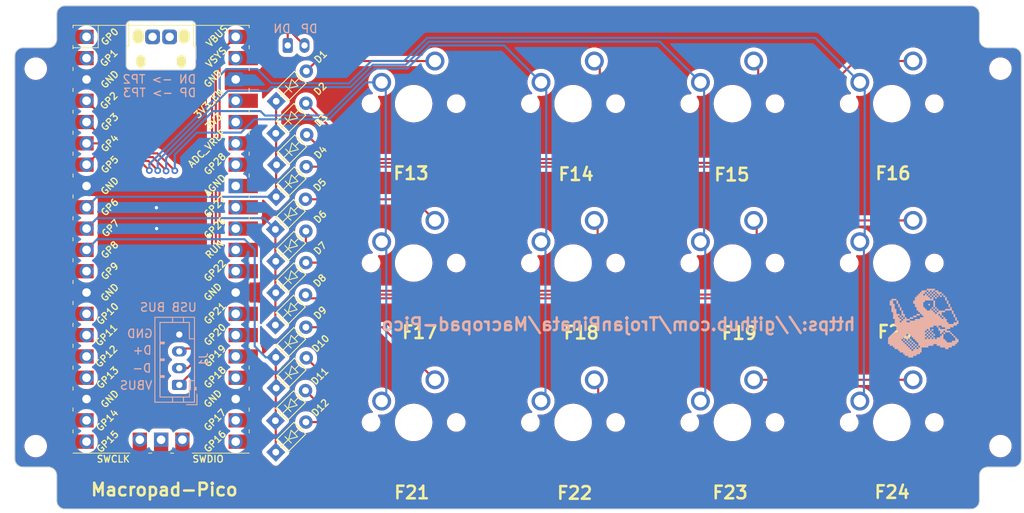
<source format=kicad_pcb>
(kicad_pcb (version 20221018) (generator pcbnew)
  (layers (0 "F.Cu" signal) (31 "B.Cu" signal) (34 "B.Paste" user) (35 "F.Paste" user) (36 "B.SilkS" user "B.Silkscreen") (37 "F.SilkS" user "F.Silkscreen") (38 "B.Mask" user) (39 "F.Mask" user) (44 "Edge.Cuts" user))
  (net 0 "")
  (net 1 "/col0")
  (net 2 "Net-(D1-Pad2)")
  (net 3 "/col1")
  (net 4 "Net-(D2-Pad2)")
  (net 5 "/col2")
  (net 6 "Net-(D3-Pad2)")
  (net 7 "/col3")
  (net 8 "Net-(D4-Pad2)")
  (net 9 "Net-(D5-Pad2)")
  (net 10 "Net-(D6-Pad2)")
  (net 11 "Net-(D7-Pad2)")
  (net 12 "Net-(D8-Pad2)")
  (net 13 "Net-(D9-Pad2)")
  (net 14 "Net-(D10-Pad2)")
  (net 15 "Net-(D11-Pad2)")
  (net 16 "Net-(D12-Pad2)")
  (net 17 "/row0")
  (net 18 "/row1")
  (net 19 "/row2")
  (net 22 "GND")
  (net 46 "VCC")
  (net 52 "/DN")
  (net 53 "/DP")
  (footprint "cftkb:D_DO-35_SOD27_P5.08mm_Horizontal" (layer "F.Cu") (at 135.766 52.311 45)
    (fp_text reference "D2")
    (fp_text value "D")
  )
  (footprint "cftkb:D_DO-35_SOD27_P5.08mm_Horizontal" (layer "F.Cu") (at 135.814 82.672 45)
    (fp_text reference "D10")
    (fp_text value "D")
  )
  (footprint "cftkb:D_DO-35_SOD27_P5.08mm_Horizontal" (layer "F.Cu") (at 135.814 48.486 45)
    (fp_text reference "D1")
    (fp_text value "D")
  )
  (footprint "cftkb:D_DO-35_SOD27_P5.08mm_Horizontal" (layer "F.Cu") (at 135.861 56.065 45)
    (fp_text reference "D3")
    (fp_text value "D")
  )
  (footprint "cftkb:D_DO-35_SOD27_P5.08mm_Horizontal" (layer "F.Cu") (at 135.804051 59.874949 45)
    (fp_text reference "D4")
    (fp_text value "D")
  )
  (footprint "MX_Only:MXOnly-1U-NoLED" (layer "F.Cu") (at 153.098077 85.871923)
    (fp_text reference "SW-1U-9")
    (fp_text value "KEYSW")
  )
  (footprint "cftkb:D_DO-35_SOD27_P5.08mm_Horizontal" (layer "F.Cu") (at 135.766 67.563 45)
    (fp_text reference "D6")
    (fp_text value "D")
  )
  (footprint "MX_Only:MXOnly-1U-NoLED" (layer "F.Cu") (at 210.098077 66.871923)
    (fp_text reference "SW-1U-8")
    (fp_text value "KEYSW")
  )
  (footprint "cftkb:D_DO-35_SOD27_P5.08mm_Horizontal" (layer "F.Cu") (at 135.719 75.165 45)
    (fp_text reference "D8")
    (fp_text value "D")
  )
  (footprint "cftkb:D_DO-35_SOD27_P5.08mm_Horizontal" (layer "F.Cu") (at 135.766 90.322 45)
    (fp_text reference "D12")
    (fp_text value "D")
  )
  (footprint "cftkb:D_DO-35_SOD27_P5.08mm_Horizontal" (layer "F.Cu") (at 135.719 63.762 45)
    (fp_text reference "D5")
    (fp_text value "D")
  )
  (footprint "eec:RPi_Pico_SMD_TH" (layer "F.Cu") (at 122.994077 64.036923)
    (fp_text reference "RPI1" hide)
    (fp_text value "Pico" hide)
  )
  (footprint "cftkb:D_DO-35_SOD27_P5.08mm_Horizontal" (layer "F.Cu") (at 135.766 79.014 45)
    (fp_text reference "D9")
    (fp_text value "D")
  )
  (footprint "MX_Only:MXOnly-1U-NoLED" (layer "F.Cu") (at 172.098077 66.871923)
    (fp_text reference "SW-1U-6")
    (fp_text value "KEYSW")
  )
  (footprint "MX_Only:MXOnly-1U-NoLED" (layer "F.Cu") (at 191.098077 85.871923)
    (fp_text reference "SW-1U-11")
    (fp_text value "KEYSW")
  )
  (footprint "MX_Only:MXOnly-1U-NoLED" (layer "F.Cu") (at 172.098077 85.871923)
    (fp_text reference "SW-1U-10")
    (fp_text value "KEYSW")
  )
  (footprint "MX_Only:MXOnly-1U-NoLED" (layer "F.Cu") (at 191.098077 66.871923)
    (fp_text reference "SW-1U-7")
    (fp_text value "KEYSW")
  )
  (footprint "cftkb:D_DO-35_SOD27_P5.08mm_Horizontal" (layer "F.Cu") (at 135.719 86.568 45)
    (fp_text reference "D11")
    (fp_text value "D")
  )
  (footprint "MX_Only:MXOnly-1U-NoLED" (layer "F.Cu") (at 191.098077 47.871923)
    (fp_text reference "SW-1U-3")
    (fp_text value "KEYSW")
  )
  (footprint "" (layer "F.Cu") (at 108.046 88.695)
    (fp_text reference "")
    (fp_text value "")
  )
  (footprint "MX_Only:MXOnly-1U-NoLED" (layer "F.Cu") (at 172.098077 47.871923)
    (fp_text reference "SW-1U-2")
    (fp_text value "KEYSW")
  )
  (footprint "MX_Only:MXOnly-1U-NoLED" (layer "F.Cu") (at 153.098077 47.871923)
    (fp_text reference "SW-1U-1")
    (fp_text value "KEYSW")
  )
  (footprint "MX_Only:MXOnly-1U-NoLED" (layer "F.Cu") (at 153.098077 66.871923)
    (fp_text reference "SW-1U-5")
    (fp_text value "KEYSW")
  )
  (footprint "MX_Only:MXOnly-1U-NoLED" (layer "F.Cu") (at 210.098077 85.871923)
    (fp_text reference "SW-1U-12")
    (fp_text value "KEYSW")
  )
  (footprint "" (layer "F.Cu") (at 223.049 43.703)
    (fp_text reference "")
    (fp_text value "")
  )
  (footprint "cftkb:D_DO-35_SOD27_P5.08mm_Horizontal" (layer "F.Cu") (at 135.766 71.316 45)
    (fp_text reference "D7")
    (fp_text value "D")
  )
  (footprint "" (layer "F.Cu") (at 108.05 43.7)
    (fp_text reference "")
    (fp_text value "")
  )
  (footprint "MX_Only:MXOnly-1U-NoLED" (layer "F.Cu") (at 210.098077 47.871923)
    (fp_text reference "SW-1U-4")
    (fp_text value "KEYSW")
  )
  (footprint "" (layer "F.Cu") (at 223.048 88.696)
    (fp_text reference "")
    (fp_text value "")
  )
  (footprint "LOGO" (layer "B.Cu") (at 213.855 74.13705 180)
    (fp_text reference "G***" hide)
    (fp_text value "LOGO" hide)
  )
  (footprint "Connector_JST:JST_PH_B2B-PH-K_1x02_P2.00mm_Vertical" (layer "B.Cu") (at 138.089 40.933)
    (fp_text reference "J2" hide)
    (fp_text value "Conn_01x02_Socket" hide)
  )
  (footprint "Connector_JST:JST_PH_B4B-PH-K_1x04_P2.00mm_Vertical" (layer "B.Cu") (at 125.162 81.402 90)
    (fp_text reference "J1")
    (fp_text value "Conn_01x04_Socket")
  )
  (gr_line (start 118.834 43.342) (end 118.834 38.529) (stroke (width 0.1)) (layer "Edge.Cuts"))
  (gr_line (start 119.334 43.842) (end 126.606 43.842) (stroke (width 0.1)) (layer "Edge.Cuts"))
  (gr_line (start 110.548 92.2) (end 110.548 95.2) (stroke (width 0.1)) (layer "Edge.Cuts"))
  (gr_arc (start 224.548 41.2) (mid 225.255107 41.492893) (end 225.548 42.2) (stroke (width 0.1)) (layer "Edge.Cuts"))
  (gr_line (start 221.548 91.2) (end 224.548 91.2) (stroke (width 0.1)) (layer "Edge.Cuts"))
  (gr_arc (start 220.548 92.2) (mid 220.840893 91.492893) (end 221.548 91.2) (stroke (width 0.1)) (layer "Edge.Cuts"))
  (gr_line (start 220.548 95.2) (end 220.548 92.2) (stroke (width 0.1)) (layer "Edge.Cuts"))
  (gr_arc (start 110.548 37.2) (mid 110.840893 36.492893) (end 111.548 36.2) (stroke (width 0.1)) (layer "Edge.Cuts"))
  (gr_arc (start 127.106 43.342) (mid 126.959553 43.695553) (end 126.606 43.842) (stroke (width 0.1)) (layer "Edge.Cuts"))
  (gr_line (start 126.606 38.029) (end 119.334 38.029) (stroke (width 0.1)) (layer "Edge.Cuts"))
  (gr_arc (start 221.548 41.2) (mid 220.840893 40.907107) (end 220.548 40.2) (stroke (width 0.1)) (layer "Edge.Cuts"))
  (gr_line (start 105.548 42.2) (end 105.548 90.2) (stroke (width 0.1)) (layer "Edge.Cuts"))
  (gr_line (start 221.548 41.2) (end 224.548 41.2) (stroke (width 0.1)) (layer "Edge.Cuts"))
  (gr_line (start 109.548 41.2) (end 106.548 41.2) (stroke (width 0.1)) (layer "Edge.Cuts"))
  (gr_arc (start 105.548 42.2) (mid 105.840893 41.492893) (end 106.548 41.2) (stroke (width 0.1)) (layer "Edge.Cuts"))
  (gr_arc (start 110.548 40.2) (mid 110.255107 40.907107) (end 109.548 41.2) (stroke (width 0.1)) (layer "Edge.Cuts"))
  (gr_line (start 110.548 37.2) (end 110.548 40.2) (stroke (width 0.1)) (layer "Edge.Cuts"))
  (gr_arc (start 126.606 38.029) (mid 126.959553 38.175447) (end 127.106 38.529) (stroke (width 0.1)) (layer "Edge.Cuts"))
  (gr_line (start 219.548 36.2) (end 111.548 36.2) (stroke (width 0.1)) (layer "Edge.Cuts"))
  (gr_line (start 111.548 96.2) (end 219.548 96.2) (stroke (width 0.1)) (layer "Edge.Cuts"))
  (gr_arc (start 119.334 43.842) (mid 118.980447 43.695553) (end 118.834 43.342) (stroke (width 0.1)) (layer "Edge.Cuts"))
  (gr_arc (start 225.548 90.2) (mid 225.255107 90.907107) (end 224.548 91.2) (stroke (width 0.1)) (layer "Edge.Cuts"))
  (gr_arc (start 220.548 95.2) (mid 220.255107 95.907107) (end 219.548 96.2) (stroke (width 0.1)) (layer "Edge.Cuts"))
  (gr_arc (start 109.548 91.2) (mid 110.255107 91.492893) (end 110.548 92.2) (stroke (width 0.1)) (layer "Edge.Cuts"))
  (gr_line (start 225.548 90.2) (end 225.548 42.2) (stroke (width 0.1)) (layer "Edge.Cuts"))
  (gr_line (start 220.548 37.2) (end 220.548 40.2) (stroke (width 0.1)) (layer "Edge.Cuts"))
  (gr_arc (start 118.834 38.529) (mid 118.980447 38.175447) (end 119.334 38.029) (stroke (width 0.1)) (layer "Edge.Cuts"))
  (gr_arc (start 111.548 96.2) (mid 110.840893 95.907107) (end 110.548 95.2) (stroke (width 0.1)) (layer "Edge.Cuts"))
  (gr_arc (start 106.548 91.2) (mid 105.840893 90.907107) (end 105.548 90.2) (stroke (width 0.1)) (layer "Edge.Cuts"))
  (gr_line (start 106.548 91.2) (end 109.548 91.2) (stroke (width 0.1)) (layer "Edge.Cuts"))
  (gr_arc (start 219.548 36.2) (mid 220.255107 36.492893) (end 220.548 37.2) (stroke (width 0.1)) (layer "Edge.Cuts"))
  (gr_line (start 127.106 43.342) (end 127.106 38.529) (stroke (width 0.1)) (layer "Edge.Cuts"))
  (gr_text "USB BUS" (at 127.343 72.737) (layer "B.SilkS") (effects (font (size 1 1)) (justify left bottom mirror)))
  (gr_text "DP" (at 141.738 39.529) (layer "B.SilkS") (effects (font (size 1 1)) (justify left bottom mirror)))
  (gr_text "GND" (at 122.086 75.877) (layer "B.SilkS") (effects (font (size 1 1)) (justify left bottom mirror)))
  (gr_text "https://github.com/TrojanPinata/Macropad-Pico" (at 205.926 75.057) (layer "B.SilkS") (effects (font (size 1.5 1.5) (thickness 0.3) bold) (justify left bottom mirror)))
  (gr_text "DN" (at 138.528 39.529) (layer "B.SilkS") (effects (font (size 1 1)) (justify left bottom mirror)))
  (gr_text "DN -> TP2\nDP -> TP3" (at 127.264 47.158) (layer "B.SilkS") (effects (font (size 1 1)) (justify left bottom mirror)))
  (gr_text "VBUS" (at 122.039 82.042) (layer "B.SilkS") (effects (font (size 1 1)) (justify left bottom mirror)))
  (gr_text "D+" (at 121.969 77.855) (layer "B.SilkS") (effects (font (size 1 1)) (justify left bottom mirror)))
  (gr_text "D-" (at 121.923 79.995) (layer "B.SilkS") (effects (font (size 1 1)) (justify left bottom mirror)))
  (gr_text "F17" (at 151.556 76.011) (layer "F.SilkS") (effects (font (size 1.5 1.5) (thickness 0.3) bold) (justify left bottom)))
  (gr_text "F16" (at 207.976 57.064) (layer "F.SilkS") (effects (font (size 1.5 1.5) (thickness 0.3) bold) (justify left bottom)))
  (gr_text "Macropad-Pico" (at 114.466 94.762) (layer "F.SilkS") (effects (font (size 1.5 1.5) (thickness 0.3) bold) (justify left bottom)))
  (gr_text "F14" (at 170.189 57.169) (layer "F.SilkS") (effects (font (size 1.5 1.5) (thickness 0.3) bold) (justify left bottom)))
  (gr_text "F22" (at 170.032 95.166) (layer "F.SilkS") (effects (font (size 1.5 1.5) (thickness 0.3) bold) (justify left bottom)))
  (gr_text "F24" (at 207.872 95.062) (layer "F.SilkS") (effects (font (size 1.5 1.5) (thickness 0.3) bold) (justify left bottom)))
  (gr_text "F20" (at 208.238 75.958) (layer "F.SilkS") (effects (font (size 1.5 1.5) (thickness 0.3) bold) (justify left bottom)))
  (gr_text "F19" (at 189.658 76.115) (layer "F.SilkS") (effects (font (size 1.5 1.5) (thickness 0.3) bold) (justify left bottom)))
  (gr_text "F21" (at 150.614 95.114) (layer "F.SilkS") (effects (font (size 1.5 1.5) (thickness 0.3) bold) (justify left bottom)))
  (gr_text "F18" (at 170.817 76.063) (layer "F.SilkS") (effects (font (size 1.5 1.5) (thickness 0.3) bold) (justify left bottom)))
  (gr_text "F13" (at 150.518 57.056) (layer "F.SilkS") (effects (font (size 1.5 1.5) (thickness 0.3) bold) (justify left bottom)))
  (gr_text "F23" (at 188.559 95.114) (layer "F.SilkS") (effects (font (size 1.5 1.5) (thickness 0.3) bold) (justify left bottom)))
  (gr_text "F15" (at 188.768 57.221) (layer "F.SilkS") (effects (font (size 1.5 1.5) (thickness 0.3) bold) (justify left bottom)))
  (segment (start 115.860077 49.282923) (end 114.104077 47.526923) (width 0.25) (layer "F.Cu") (net 1))
  (segment (start 115.860077 51.186527) (end 115.860077 49.282923) (width 0.25) (layer "F.Cu") (net 1))
  (segment (start 124.630077 55.869923) (end 122.557077 53.796923) (width 0.25) (layer "F.Cu") (net 1))
  (segment (start 122.557077 53.796923) (end 118.470473 53.796923) (width 0.25) (layer "F.Cu") (net 1))
  (segment (start 118.470473 53.796923) (end 115.860077 51.186527) (width 0.25) (layer "F.Cu") (net 1))
  (via (at 124.630077 55.869923) (size 0.8) (drill 0.4) (layers "F.Cu" "B.Cu") (net 1))
  (segment (start 149.840077 82.779923) (end 149.840077 64.883923) (width 0.25) (layer "B.Cu") (net 1))
  (segment (start 149.288077 45.331923) (end 147.418077 45.331923) (width 0.25) (layer "B.Cu") (net 1))
  (segment (start 149.288077 83.331923) (end 149.840077 82.779923) (width 0.25) (layer "B.Cu") (net 1))
  (segment (start 132.518077 51.325923) (end 127.255869 51.325923) (width 0.25) (layer "B.Cu") (net 1))
  (segment (start 124.630077 53.951715) (end 124.630077 55.869923) (width 0.25) (layer "B.Cu") (net 1))
  (segment (start 127.255869 51.325923) (end 124.630077 53.951715) (width 0.25) (layer "B.Cu") (net 1))
  (segment (start 149.776077 63.843923) (end 149.288077 64.331923) (width 0.25) (layer "B.Cu") (net 1))
  (segment (start 147.418077 45.331923) (end 143.01 49.74) (width 0.25) (layer "B.Cu") (net 1))
  (segment (start 149.288077 45.331923) (end 149.776077 45.819923) (width 0.25) (layer "B.Cu") (net 1))
  (segment (start 149.840077 64.883923) (end 149.288077 64.331923) (width 0.25) (layer "B.Cu") (net 1))
  (segment (start 143.01 49.74) (end 134.104 49.74) (width 0.25) (layer "B.Cu") (net 1))
  (segment (start 134.104 49.74) (end 132.518077 51.325923) (width 0.25) (layer "B.Cu") (net 1))
  (segment (start 149.776077 45.819923) (end 149.776077 63.843923) (width 0.25) (layer "B.Cu") (net 1))
  (segment (start 155.638077 42.791923) (end 141.508077 42.791923) (width 0.25) (layer "F.Cu") (net 2))
  (segment (start 141.508077 42.791923) (end 140.304128 43.995872) (width 0.25) (layer "F.Cu") (net 2))
  (segment (start 123.589077 55.897923) (end 123.589077 55.824495) (width 0.25) (layer "F.Cu") (net 3))
  (segment (start 118.284077 54.246923) (end 114.104077 50.066923) (width 0.25) (layer "F.Cu") (net 3))
  (segment (start 123.589077 55.824495) (end 122.011505 54.246923) (width 0.25) (layer "F.Cu") (net 3))
  (segment (start 122.011505 54.246923) (end 118.284077 54.246923) (width 0.25) (layer "F.Cu") (net 3))
  (via (at 123.589077 55.897923) (size 0.8) (drill 0.4) (layers "F.Cu" "B.Cu") (net 3))
  (segment (start 129.187473 48.757923) (end 123.589077 54.356319) (width 0.25) (layer "B.Cu") (net 3))
  (segment (start 135.359 49.29) (end 134.826923 48.757923) (width 0.25) (layer "B.Cu") (net 3))
  (segment (start 134.826923 48.757923) (end 129.187473 48.757923) (width 0.25) (layer "B.Cu") (net 3))
  (segment (start 168.288077 45.331923) (end 168.909077 45.952923) (width 0.25) (layer "B.Cu") (net 3))
  (segment (start 123.589077 54.356319) (end 123.589077 55.897923) (width 0.25) (layer "B.Cu") (net 3))
  (segment (start 168.909077 63.710923) (end 168.288077 64.331923) (width 0.25) (layer "B.Cu") (net 3))
  (segment (start 168.288077 64.331923) (end 168.814077 64.857923) (width 0.25) (layer "B.Cu") (net 3))
  (segment (start 168.814077 64.857923) (end 168.814077 82.805923) (width 0.25) (layer "B.Cu") (net 3))
  (segment (start 163.893077 40.936923) (end 155.084077 40.936923) (width 0.25) (layer "B.Cu") (net 3))
  (segment (start 148.433604 43.68) (end 142.823604 49.29) (width 0.25) (layer "B.Cu") (net 3))
  (segment (start 168.814077 82.805923) (end 168.288077 83.331923) (width 0.25) (layer "B.Cu") (net 3))
  (segment (start 155.084077 40.936923) (end 152.341 43.68) (width 0.25) (layer "B.Cu") (net 3))
  (segment (start 168.288077 45.331923) (end 163.893077 40.936923) (width 0.25) (layer "B.Cu") (net 3))
  (segment (start 142.823604 49.29) (end 135.359 49.29) (width 0.25) (layer "B.Cu") (net 3))
  (segment (start 168.909077 45.952923) (end 168.909077 63.710923) (width 0.25) (layer "B.Cu") (net 3))
  (segment (start 152.341 43.68) (end 148.433604 43.68) (width 0.25) (layer "B.Cu") (net 3))
  (segment (start 175.291077 52.267821) (end 175.291077 43.444923) (width 0.25) (layer "F.Cu") (net 4))
  (segment (start 140.256128 47.820872) (end 146.920077 54.484821) (width 0.25) (layer "F.Cu") (net 4))
  (segment (start 175.291077 43.444923) (end 174.638077 42.791923) (width 0.25) (layer "F.Cu") (net 4))
  (segment (start 173.074077 54.484821) (end 175.291077 52.267821) (width 0.25) (layer "F.Cu") (net 4))
  (segment (start 146.920077 54.484821) (end 173.074077 54.484821) (width 0.25) (layer "F.Cu") (net 4))
  (segment (start 122.590659 55.813316) (end 121.474266 54.696923) (width 0.25) (layer "F.Cu") (net 5))
  (segment (start 121.474266 54.696923) (end 118.097681 54.696923) (width 0.25) (layer "F.Cu") (net 5))
  (segment (start 122.590659 55.851382) (end 122.590659 55.813316) (width 0.25) (layer "F.Cu") (net 5))
  (segment (start 118.097681 54.696923) (end 116.007681 52.606923) (width 0.25) (layer "F.Cu") (net 5))
  (segment (start 116.007681 52.606923) (end 114.104077 52.606923) (width 0.25) (layer "F.Cu") (net 5))
  (via (at 122.590659 55.851382) (size 0.8) (drill 0.4) (layers "F.Cu" "B.Cu") (net 5))
  (segment (start 187.288077 45.331923) (end 187.724077 45.767923) (width 0.25) (layer "B.Cu") (net 5))
  (segment (start 136.126 45.897) (end 145.580208 45.897) (width 0.25) (layer "B.Cu") (net 5))
  (segment (start 152.154604 43.23) (end 154.897681 40.486923) (width 0.25) (layer "B.Cu") (net 5))
  (segment (start 187.867077 82.752923) (end 187.867077 64.910923) (width 0.25) (layer "B.Cu") (net 5))
  (segment (start 187.724077 63.895923) (end 187.288077 64.331923) (width 0.25) (layer "B.Cu") (net 5))
  (segment (start 148.247208 43.23) (end 152.154604 43.23) (width 0.25) (layer "B.Cu") (net 5))
  (segment (start 187.867077 64.910923) (end 187.288077 64.331923) (width 0.25) (layer "B.Cu") (net 5))
  (segment (start 135.671077 46.351923) (end 136.126 45.897) (width 0.25) (layer "B.Cu") (net 5))
  (segment (start 130.957077 46.351923) (end 135.671077 46.351923) (width 0.25) (layer "B.Cu") (net 5))
  (segment (start 182.443077 40.486923) (end 187.288077 45.331923) (width 0.25) (layer "B.Cu") (net 5))
  (segment (start 187.288077 83.331923) (end 187.867077 82.752923) (width 0.25) (layer "B.Cu") (net 5))
  (segment (start 145.580208 45.897) (end 148.247208 43.23) (width 0.25) (layer "B.Cu") (net 5))
  (segment (start 187.724077 45.767923) (end 187.724077 63.895923) (width 0.25) (layer "B.Cu") (net 5))
  (segment (start 154.897681 40.486923) (end 182.443077 40.486923) (width 0.25) (layer "B.Cu") (net 5))
  (segment (start 122.590659 55.851382) (end 122.590659 54.718341) (width 0.25) (layer "B.Cu") (net 5))
  (segment (start 122.590659 54.718341) (end 130.957077 46.351923) (width 0.25) (layer "B.Cu") (net 5))
  (segment (start 192.943783 54.934821) (end 194.171077 53.707527) (width 0.25) (layer "F.Cu") (net 6))
  (segment (start 143.711077 54.934821) (end 192.943783 54.934821) (width 0.25) (layer "F.Cu") (net 6))
  (segment (start 140.351128 51.574872) (end 143.711077 54.934821) (width 0.25) (layer "F.Cu") (net 6))
  (segment (start 194.171077 53.707527) (end 194.171077 43.324923) (width 0.25) (layer "F.Cu") (net 6))
  (segment (start 194.171077 43.324923) (end 193.638077 42.791923) (width 0.25) (layer "F.Cu") (net 6))
  (segment (start 115.307 53.944) (end 114.104077 55.146923) (width 0.25) (layer "F.Cu") (net 7))
  (segment (start 117.911285 55.146923) (end 116.708362 53.944) (width 0.25) (layer "F.Cu") (net 7))
  (segment (start 121.591231 55.839193) (end 120.898961 55.146923) (width 0.25) (layer "F.Cu") (net 7))
  (segment (start 116.708362 53.944) (end 115.307 53.944) (width 0.25) (layer "F.Cu") (net 7))
  (segment (start 120.898961 55.146923) (end 117.911285 55.146923) (width 0.25) (layer "F.Cu") (net 7))
  (via (at 121.591231 55.839193) (size 0.8) (drill 0.4) (layers "F.Cu" "B.Cu") (net 7))
  (segment (start 151.968208 42.78) (end 148.060812 42.78) (width 0.25) (layer "B.Cu") (net 7))
  (segment (start 148.060812 42.78) (end 145.393812 45.447) (width 0.25) (layer "B.Cu") (net 7))
  (segment (start 121.591231 55.081373) (end 121.591231 55.839193) (width 0.25) (layer "B.Cu") (net 7))
  (segment (start 206.288077 45.331923) (end 206.872077 45.915923) (width 0.25) (layer "B.Cu") (net 7))
  (segment (start 134.450923 43.745923) (end 130.775077 43.745923) (width 0.25) (layer "B.Cu") (net 7))
  (segment (start 130.775077 43.745923) (end 129.973077 44.547923) (width 0.25) (layer "B.Cu") (net 7))
  (segment (start 136.152 45.447) (end 134.450923 43.745923) (width 0.25) (layer "B.Cu") (net 7))
  (segment (start 206.288077 83.331923) (end 206.777077 82.842923) (width 0.25) (layer "B.Cu") (net 7))
  (segment (start 129.973077 46.699527) (end 121.591231 55.081373) (width 0.25) (layer "B.Cu") (net 7))
  (segment (start 154.711285 40.036923) (end 151.968208 42.78) (width 0.25) (layer "B.Cu") (net 7))
  (segment (start 145.393812 45.447) (end 136.152 45.447) (width 0.25) (layer "B.Cu") (net 7))
  (segment (start 206.777077 82.842923) (end 206.777077 64.820923) (width 0.25) (layer "B.Cu") (net 7))
  (segment (start 206.288077 45.331923) (end 200.993077 40.036923) (width 0.25) (layer "B.Cu") (net 7))
  (segment (start 206.777077 64.820923) (end 206.288077 64.331923) (width 0.25) (layer "B.Cu") (net 7))
  (segment (start 206.872077 45.915923) (end 206.872077 63.747923) (width 0.25) (layer "B.Cu") (net 7))
  (segment (start 200.993077 40.036923) (end 154.711285 40.036923) (width 0.25) (layer "B.Cu") (net 7))
  (segment (start 206.872077 63.747923) (end 206.288077 64.331923) (width 0.25) (layer "B.Cu") (net 7))
  (segment (start 129.973077 44.547923) (end 129.973077 46.699527) (width 0.25) (layer "B.Cu") (net 7))
  (segment (start 205.787077 42.727923) (end 205.851077 42.791923) (width 0.25) (layer "F.Cu") (net 8))
  (segment (start 193.130179 55.384821) (end 205.787077 42.727923) (width 0.25) (layer "F.Cu") (net 8))
  (segment (start 205.851077 42.791923) (end 212.638077 42.791923) (width 0.25) (layer "F.Cu") (net 8))
  (segment (start 140.294179 55.384821) (end 193.130179 55.384821) (width 0.25) (layer "F.Cu") (net 8))
  (segment (start 140.209128 59.271872) (end 153.118026 59.271872) (width 0.25) (layer "F.Cu") (net 9))
  (segment (start 153.118026 59.271872) (end 155.638077 61.791923) (width 0.25) (layer "F.Cu") (net 9))
  (segment (start 175.034077 68.892923) (end 175.034077 62.187923) (width 0.25) (layer "F.Cu") (net 10))
  (segment (start 175.034077 62.187923) (end 174.638077 61.791923) (width 0.25) (layer "F.Cu") (net 10))
  (segment (start 140.256128 63.072872) (end 140.256128 64.650974) (width 0.25) (layer "F.Cu") (net 10))
  (segment (start 173.748077 70.178923) (end 175.034077 68.892923) (width 0.25) (layer "F.Cu") (net 10))
  (segment (start 145.784077 70.178923) (end 173.748077 70.178923) (width 0.25) (layer "F.Cu") (net 10))
  (segment (start 140.256128 64.650974) (end 145.784077 70.178923) (width 0.25) (layer "F.Cu") (net 10))
  (segment (start 145.597681 70.628923) (end 192.875077 70.628923) (width 0.25) (layer "F.Cu") (net 11))
  (segment (start 193.998077 69.505923) (end 193.998077 62.151923) (width 0.25) (layer "F.Cu") (net 11))
  (segment (start 192.875077 70.628923) (end 193.998077 69.505923) (width 0.25) (layer "F.Cu") (net 11))
  (segment (start 140.256128 66.825872) (end 141.79463 66.825872) (width 0.25) (layer "F.Cu") (net 11))
  (segment (start 193.998077 62.151923) (end 193.638077 61.791923) (width 0.25) (layer "F.Cu") (net 11))
  (segment (start 141.79463 66.825872) (end 145.597681 70.628923) (width 0.25) (layer "F.Cu") (net 11))
  (segment (start 140.209128 70.674872) (end 140.613179 71.078923) (width 0.25) (layer "F.Cu") (net 12))
  (segment (start 195.348077 71.078923) (end 204.635077 61.791923) (width 0.25) (layer "F.Cu") (net 12))
  (segment (start 204.635077 61.791923) (end 212.638077 61.791923) (width 0.25) (layer "F.Cu") (net 12))
  (segment (start 140.613179 71.078923) (end 195.348077 71.078923) (width 0.25) (layer "F.Cu") (net 12))
  (segment (start 149.370026 74.523872) (end 155.638077 80.791923) (width 0.25) (layer "F.Cu") (net 13))
  (segment (start 140.256128 74.523872) (end 149.370026 74.523872) (width 0.25) (layer "F.Cu") (net 13))
  (segment (start 175.098077 81.251923) (end 174.638077 80.791923) (width 0.25) (layer "F.Cu") (net 14))
  (segment (start 142.969326 84.201674) (end 148.891575 90.123923) (width 0.25) (layer "F.Cu") (net 14))
  (segment (start 148.891575 90.123923) (end 173.442077 90.123923) (width 0.25) (layer "F.Cu") (net 14))
  (segment (start 173.442077 90.123923) (end 175.098077 88.467923) (width 0.25) (layer "F.Cu") (net 14))
  (segment (start 142.969326 80.84707) (end 142.969326 84.201674) (width 0.25) (layer "F.Cu") (net 14))
  (segment (start 175.098077 88.467923) (end 175.098077 81.251923) (width 0.25) (layer "F.Cu") (net 14))
  (segment (start 140.304128 78.181872) (end 142.969326 80.84707) (width 0.25) (layer "F.Cu") (net 14))
  (segment (start 193.638077 80.791923) (end 196.147077 80.791923) (width 0.25) (layer "F.Cu") (net 15))
  (segment (start 196.147077 80.791923) (end 198.186077 82.830923) (width 0.25) (layer "F.Cu") (net 15))
  (segment (start 198.186077 82.830923) (end 198.186077 87.607527) (width 0.25) (layer "F.Cu") (net 15))
  (segment (start 148.705179 90.573923) (end 140.209128 82.077872) (width 0.25) (layer "F.Cu") (net 15))
  (segment (start 198.186077 87.607527) (end 195.219681 90.573923) (width 0.25) (layer "F.Cu") (net 15))
  (segment (start 195.219681 90.573923) (end 148.705179 90.573923) (width 0.25) (layer "F.Cu") (net 15))
  (segment (start 140.256128 85.831872) (end 143.326732 85.831872) (width 0.25) (layer "F.Cu") (net 16))
  (segment (start 143.326732 85.831872) (end 148.518783 91.023923) (width 0.25) (layer "F.Cu") (net 16))
  (segment (start 148.518783 91.023923) (end 195.406077 91.023923) (width 0.25) (layer "F.Cu") (net 16))
  (segment (start 195.406077 91.023923) (end 205.638077 80.791923) (width 0.25) (layer "F.Cu") (net 16))
  (segment (start 205.638077 80.791923) (end 212.638077 80.791923) (width 0.25) (layer "F.Cu") (net 16))
  (segment (start 136.702077 47.597923) (end 136.712026 47.587974) (width 0.25) (layer "F.Cu") (net 17))
  (segment (start 136.702077 58.976923) (end 136.702077 47.597923) (width 0.25) (layer "F.Cu") (net 17))
  (segment (start 136.702077 58.976923) (end 115.354077 58.976923) (width 0.25) (layer "B.Cu") (net 17))
  (segment (start 115.354077 58.976923) (end 114.104077 60.226923) (width 0.25) (layer "B.Cu") (net 17))
  (segment (start 136.617026 74.266974) (end 136.617026 62.863974) (width 0.25) (layer "F.Cu") (net 18))
  (segment (start 136.617026 62.863974) (end 135.277975 61.524923) (width 0.25) (layer "B.Cu") (net 18))
  (segment (start 115.346077 61.524923) (end 114.104077 62.766923) (width 0.25) (layer "B.Cu") (net 18))
  (segment (start 135.277975 61.524923) (end 115.346077 61.524923) (width 0.25) (layer "B.Cu") (net 18))
  (segment (start 136.664026 89.423974) (end 136.664026 78.115974) (width 0.25) (layer "F.Cu") (net 19))
  (segment (start 115.376 64.035) (end 114.104077 65.306923) (width 0.25) (layer "B.Cu") (net 19))
  (segment (start 134.152 65.254) (end 132.933 64.035) (width 0.25) (layer "B.Cu") (net 19))
  (segment (start 132.933 64.035) (end 115.376 64.035) (width 0.25) (layer "B.Cu") (net 19))
  (segment (start 134.152 76.8) (end 134.152 65.254) (width 0.25) (layer "B.Cu") (net 19))
  (segment (start 135.467974 78.115974) (end 134.152 76.8) (width 0.25) (layer "B.Cu") (net 19))
  (segment (start 136.664026 78.115974) (end 135.467974 78.115974) (width 0.25) (layer "B.Cu") (net 19))
  (via (at 122.459 62.765) (size 0.8) (drill 0.4) (layers "F.Cu" "B.Cu") (net 22))
  (via (at 122.436 60.276) (size 0.8) (drill 0.4) (layers "F.Cu" "B.Cu") (net 22))
  (segment (start 125.162 81.402) (end 129.967 76.597) (width 0.25) (layer "F.Cu") (net 46))
  (segment (start 129.967 41.824) (end 131.884077 39.906923) (width 0.25) (layer "F.Cu") (net 46))
  (segment (start 129.967 76.597) (end 129.967 41.824) (width 0.25) (layer "F.Cu") (net 46))
  (segment (start 136.858604 38.339) (end 138.089 39.569396) (width 0.25) (layer "F.Cu") (net 52))
  (segment (start 129.517 39.037) (end 130.215 38.339) (width 0.25) (layer "F.Cu") (net 52))
  (segment (start 125.162 79.402) (end 126.154 79.402) (width 0.25) (layer "F.Cu") (net 52))
  (segment (start 138.089 39.569396) (end 138.089 40.933) (width 0.25) (layer "F.Cu") (net 52))
  (segment (start 130.215 38.339) (end 136.858604 38.339) (width 0.25) (layer "F.Cu") (net 52))
  (segment (start 129.517 76.039) (end 129.517 39.037) (width 0.25) (layer "F.Cu") (net 52))
  (segment (start 126.154 79.402) (end 129.517 76.039) (width 0.25) (layer "F.Cu") (net 52))
  (segment (start 126.864604 77.063) (end 129.067 74.860604) (width 0.25) (layer "F.Cu") (net 53))
  (segment (start 137.045 37.889) (end 140.089 40.933) (width 0.25) (layer "F.Cu") (net 53))
  (segment (start 130.028604 37.889) (end 137.045 37.889) (width 0.25) (layer "F.Cu") (net 53))
  (segment (start 129.067 38.850604) (end 130.028604 37.889) (width 0.25) (layer "F.Cu") (net 53))
  (segment (start 125.162 77.063) (end 125.162 77.402) (width 0.2) (layer "F.Cu") (net 53))
  (segment (start 129.067 74.860604) (end 129.067 38.850604) (width 0.25) (layer "F.Cu") (net 53))
  (segment (start 125.162 77.063) (end 126.864604 77.063) (width 0.25) (layer "F.Cu") (net 53))
  (zone (net 22) (net_name "GND") (layer "F.Cu") (connect_pads yes (clearance 0.5)) (min_thickness 0.25) (fill yes (thermal_gap 0.5) (thermal_bridge_width 0.5))
    (polygon (pts (xy 225.874 35.556) (xy 225.874 96.356) (xy 225.533 96.697) (xy 103.959 96.697) (xy 103.788 96.526) (xy 103.788 35.948) (xy 104.22 35.516) (xy 104.685 35.516) (xy 104.725 35.556)))
  )
  (zone (net 22) (net_name "GND") (layers "F&B.Cu") (connect_pads yes (clearance 0.5)) (min_thickness 0.25) (fill yes (thermal_gap 0.5) (thermal_bridge_width 0.5))
    (polygon (pts (xy 225.874 35.556) (xy 225.874 96.356) (xy 225.533 96.697) (xy 103.959 96.697) (xy 103.788 96.526) (xy 103.788 35.948) (xy 104.22 35.516) (xy 104.685 35.516) (xy 104.725 35.556)))
  )
)
</source>
